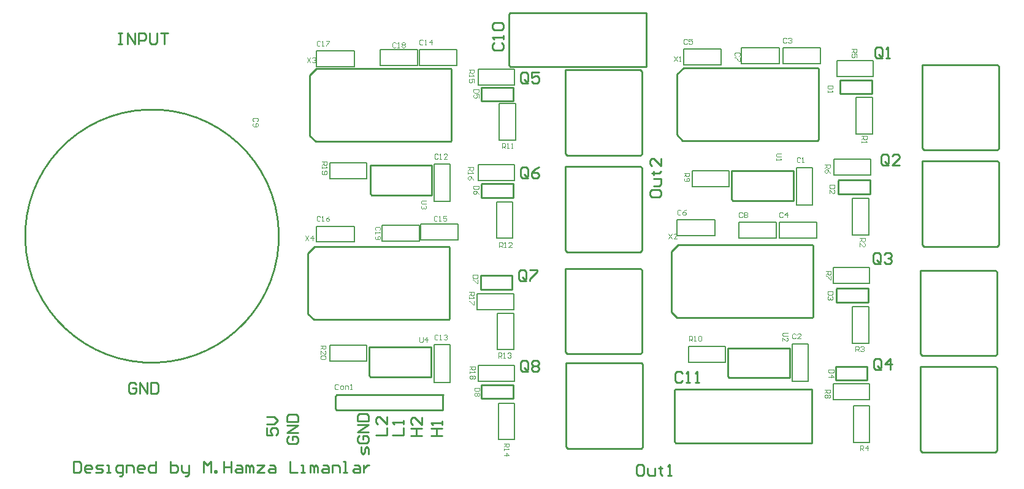
<source format=gto>
G04*
G04 #@! TF.GenerationSoftware,Altium Limited,Altium Designer,21.1.1 (26)*
G04*
G04 Layer_Color=65535*
%FSLAX25Y25*%
%MOIN*%
G70*
G04*
G04 #@! TF.SameCoordinates,EB652CFF-68FA-4F81-8967-BD5122A89D0C*
G04*
G04*
G04 #@! TF.FilePolarity,Positive*
G04*
G01*
G75*
%ADD10C,0.01000*%
%ADD11C,0.00600*%
%ADD12C,0.00472*%
D10*
X72169Y66009D02*
G03*
X71629Y65988I-2866J68889D01*
G01*
X486929Y18216D02*
Y63787D01*
Y18216D02*
X487913Y17232D01*
X527776D01*
X528563Y18020D01*
Y63000D01*
X527776Y63787D02*
X528563Y63000D01*
X486929Y63787D02*
X527776D01*
X487929Y130217D02*
Y175787D01*
Y130217D02*
X488913Y129232D01*
X528776D01*
X529563Y130020D01*
Y175000D01*
X528776Y175787D02*
X529563Y175000D01*
X487929Y175787D02*
X528776D01*
X294429Y20216D02*
Y65787D01*
Y20216D02*
X295413Y19232D01*
X335276D01*
X336063Y20020D01*
Y65000D01*
X335276Y65787D02*
X336063Y65000D01*
X294429Y65787D02*
X335276D01*
X293929Y71716D02*
Y117287D01*
Y71716D02*
X294913Y70732D01*
X334776D01*
X335563Y71520D01*
Y116500D01*
X334776Y117287D02*
X335563Y116500D01*
X293929Y117287D02*
X334776D01*
X293916Y127255D02*
Y172826D01*
Y127255D02*
X294900Y126271D01*
X334762D01*
X335549Y127058D01*
Y172039D01*
X334762Y172826D02*
X335549Y172039D01*
X293916Y172826D02*
X334762D01*
X293916Y179755D02*
Y225326D01*
Y179755D02*
X294900Y178771D01*
X334762D01*
X335549Y179558D01*
Y224539D01*
X334762Y225326D02*
X335549Y224539D01*
X293916Y225326D02*
X334762D01*
X338087Y227319D02*
Y256551D01*
X263972D02*
X338087D01*
X263382Y255961D02*
X263972Y256551D01*
X263382Y228008D02*
Y255961D01*
Y228008D02*
X264071Y227319D01*
X338087D01*
X442327Y165240D02*
X442524Y165437D01*
X442327Y157858D02*
Y165240D01*
Y157858D02*
X459453D01*
X459551Y157957D01*
Y165437D01*
X442524D02*
X459551D01*
X188013Y58311D02*
X220099D01*
X187324Y59000D02*
X188013Y58311D01*
X188013Y74453D02*
X220887D01*
X187324Y62863D02*
Y70590D01*
Y74453D02*
X188013D01*
X187324Y70590D02*
Y74453D01*
Y59000D02*
Y62863D01*
X220887Y58311D02*
Y74453D01*
X220099Y58311D02*
X220887D01*
X247850Y113240D02*
X248047Y113437D01*
X247850Y105858D02*
Y113240D01*
Y105858D02*
X264976D01*
X265075Y105957D01*
Y113437D01*
X248047D02*
X265075D01*
X248327Y53740D02*
X248524Y53937D01*
X248327Y46358D02*
Y53740D01*
Y46358D02*
X265453D01*
X265551Y46457D01*
Y53937D01*
X248524D02*
X265551D01*
X440850Y63740D02*
X441047Y63937D01*
X440850Y56358D02*
Y63740D01*
Y56358D02*
X457976D01*
X458075Y56457D01*
Y63937D01*
X441047D02*
X458075D01*
X441327Y106240D02*
X441524Y106437D01*
X441327Y98858D02*
Y106240D01*
Y98858D02*
X458453D01*
X458551Y98957D01*
Y106437D01*
X441524D02*
X458551D01*
X248350Y163240D02*
X248547Y163437D01*
X248350Y155858D02*
Y163240D01*
Y155858D02*
X265476D01*
X265575Y155957D01*
Y163437D01*
X248547D02*
X265575D01*
X248327Y215740D02*
X248524Y215937D01*
X248327Y208358D02*
Y215740D01*
Y208358D02*
X265453D01*
X265551Y208457D01*
Y215937D01*
X248524D02*
X265551D01*
X443327Y219740D02*
X443524Y219937D01*
X443327Y212358D02*
Y219740D01*
Y212358D02*
X460453D01*
X460551Y212457D01*
Y219937D01*
X443524D02*
X460551D01*
X188555Y157311D02*
X220642D01*
X187866Y158000D02*
X188555Y157311D01*
X188555Y173453D02*
X221429D01*
X187866Y161863D02*
Y169590D01*
Y173453D02*
X188555D01*
X187866Y169590D02*
Y173453D01*
Y158000D02*
Y161863D01*
X221429Y157311D02*
Y173453D01*
X220642Y157311D02*
X221429D01*
X487929Y228287D02*
X528776D01*
X529563Y227500D01*
Y182520D02*
Y227500D01*
X528776Y181732D02*
X529563Y182520D01*
X488913Y181732D02*
X528776D01*
X487929Y182717D02*
X488913Y181732D01*
X487929Y182717D02*
Y228287D01*
X486929Y116287D02*
X527776D01*
X528563Y115500D01*
Y70520D02*
Y115500D01*
X527776Y69732D02*
X528563Y70520D01*
X487913Y69732D02*
X527776D01*
X486929Y70717D02*
X487913Y69732D01*
X486929Y70717D02*
Y116287D01*
X353898Y22319D02*
X427913D01*
X353209Y23008D02*
X353898Y22319D01*
X353209Y23008D02*
Y50961D01*
X353799Y51551D01*
X427913D01*
Y22319D02*
Y51551D01*
X385055Y154311D02*
X417142D01*
X384366Y155000D02*
X385055Y154311D01*
X385055Y170453D02*
X417929D01*
X384366Y158863D02*
Y166590D01*
Y170453D02*
X385055D01*
X384366Y166590D02*
Y170453D01*
Y155000D02*
Y158863D01*
X417929Y154311D02*
Y170453D01*
X417142Y154311D02*
X417929D01*
X383055Y57811D02*
X415142D01*
X382366Y58500D02*
X383055Y57811D01*
X383055Y73953D02*
X415929D01*
X382366Y62363D02*
Y70090D01*
Y73953D02*
X383055D01*
X382366Y70090D02*
Y73953D01*
Y58500D02*
Y62363D01*
X415929Y57811D02*
Y73953D01*
X415142Y57811D02*
X415929D01*
X358291Y226638D02*
X431126D01*
X431520Y226244D01*
Y187366D02*
Y226244D01*
X431126Y186972D02*
X431520Y187366D01*
X357701Y186972D02*
X431126D01*
X354650Y190024D02*
X357701Y186972D01*
X354650Y190024D02*
Y222996D01*
X358291Y226638D01*
X355291Y130138D02*
X428126D01*
X428520Y129744D01*
Y90866D02*
Y129744D01*
X428126Y90472D02*
X428520Y90866D01*
X354701Y90472D02*
X428126D01*
X351650Y93524D02*
X354701Y90472D01*
X351650Y93524D02*
Y126496D01*
X355291Y130138D01*
X227437Y40063D02*
Y48429D01*
X227535Y48528D01*
X169760D02*
X227535D01*
X168874Y47642D02*
X169760Y48528D01*
X168874Y40752D02*
Y47642D01*
Y40752D02*
X169563Y40063D01*
X227437D01*
X157791Y129138D02*
X230626D01*
X231020Y128744D01*
Y89866D02*
Y128744D01*
X230626Y89472D02*
X231020Y89866D01*
X157201Y89472D02*
X230626D01*
X154150Y92524D02*
X157201Y89472D01*
X154150Y92524D02*
Y125496D01*
X157791Y129138D01*
X158791Y226138D02*
X231626D01*
X232020Y225744D01*
Y186866D02*
Y225744D01*
X231626Y186472D02*
X232020Y186866D01*
X158201Y186472D02*
X231626D01*
X155150Y189524D02*
X158201Y186472D01*
X155150Y189524D02*
Y222496D01*
X158791Y226138D01*
X51000Y245498D02*
X52999D01*
X52000D01*
Y239500D01*
X51000D01*
X52999D01*
X55998D02*
Y245498D01*
X59997Y239500D01*
Y245498D01*
X61996Y239500D02*
Y245498D01*
X64995D01*
X65995Y244498D01*
Y242499D01*
X64995Y241499D01*
X61996D01*
X67994Y245498D02*
Y240500D01*
X68994Y239500D01*
X70994D01*
X71993Y240500D01*
Y245498D01*
X73993D02*
X77991D01*
X75992D01*
Y239500D01*
X60499Y53998D02*
X59499Y54998D01*
X57500D01*
X56500Y53998D01*
Y50000D01*
X57500Y49000D01*
X59499D01*
X60499Y50000D01*
Y51999D01*
X58499D01*
X62498Y49000D02*
Y54998D01*
X66497Y49000D01*
Y54998D01*
X68496D02*
Y49000D01*
X71495D01*
X72495Y50000D01*
Y53998D01*
X71495Y54998D01*
X68496D01*
X26500Y11997D02*
Y5999D01*
X29499D01*
X30499Y6999D01*
Y10998D01*
X29499Y11997D01*
X26500D01*
X35497Y5999D02*
X33498D01*
X32498Y6999D01*
Y8998D01*
X33498Y9998D01*
X35497D01*
X36497Y8998D01*
Y7999D01*
X32498D01*
X38496Y5999D02*
X41495D01*
X42495Y6999D01*
X41495Y7999D01*
X39496D01*
X38496Y8998D01*
X39496Y9998D01*
X42495D01*
X44494Y5999D02*
X46494D01*
X45494D01*
Y9998D01*
X44494D01*
X51492Y4000D02*
X52492D01*
X53491Y5000D01*
Y9998D01*
X50492D01*
X49493Y8998D01*
Y6999D01*
X50492Y5999D01*
X53491D01*
X55491D02*
Y9998D01*
X58490D01*
X59489Y8998D01*
Y5999D01*
X64488D02*
X62488D01*
X61489Y6999D01*
Y8998D01*
X62488Y9998D01*
X64488D01*
X65487Y8998D01*
Y7999D01*
X61489D01*
X71486Y11997D02*
Y5999D01*
X68486D01*
X67487Y6999D01*
Y8998D01*
X68486Y9998D01*
X71486D01*
X79483Y11997D02*
Y5999D01*
X82482D01*
X83482Y6999D01*
Y7999D01*
Y8998D01*
X82482Y9998D01*
X79483D01*
X85481D02*
Y6999D01*
X86481Y5999D01*
X89480D01*
Y5000D01*
X88480Y4000D01*
X87480D01*
X89480Y5999D02*
Y9998D01*
X97477Y5999D02*
Y11997D01*
X99476Y9998D01*
X101476Y11997D01*
Y5999D01*
X103475D02*
Y6999D01*
X104475D01*
Y5999D01*
X103475D01*
X108474Y11997D02*
Y5999D01*
Y8998D01*
X112472D01*
Y11997D01*
Y5999D01*
X115471Y9998D02*
X117471D01*
X118470Y8998D01*
Y5999D01*
X115471D01*
X114471Y6999D01*
X115471Y7999D01*
X118470D01*
X120470Y5999D02*
Y9998D01*
X121469D01*
X122469Y8998D01*
Y5999D01*
Y8998D01*
X123469Y9998D01*
X124468Y8998D01*
Y5999D01*
X126468Y9998D02*
X130466D01*
X126468Y5999D01*
X130466D01*
X133465Y9998D02*
X135465D01*
X136464Y8998D01*
Y5999D01*
X133465D01*
X132466Y6999D01*
X133465Y7999D01*
X136464D01*
X144462Y11997D02*
Y5999D01*
X148460D01*
X150460D02*
X152459D01*
X151460D01*
Y9998D01*
X150460D01*
X155458Y5999D02*
Y9998D01*
X156458D01*
X157458Y8998D01*
Y5999D01*
Y8998D01*
X158457Y9998D01*
X159457Y8998D01*
Y5999D01*
X162456Y9998D02*
X164455D01*
X165455Y8998D01*
Y5999D01*
X162456D01*
X161456Y6999D01*
X162456Y7999D01*
X165455D01*
X167454Y5999D02*
Y9998D01*
X170453D01*
X171453Y8998D01*
Y5999D01*
X173452D02*
X175452D01*
X174452D01*
Y11997D01*
X173452D01*
X179451Y9998D02*
X181450D01*
X182449Y8998D01*
Y5999D01*
X179451D01*
X178451Y6999D01*
X179451Y7999D01*
X182449D01*
X184449Y9998D02*
Y5999D01*
Y7999D01*
X185449Y8998D01*
X186448Y9998D01*
X187448D01*
X221022Y26111D02*
X227020D01*
X224021D01*
Y30109D01*
X221022D01*
X227020D01*
Y32109D02*
Y34108D01*
Y33108D01*
X221022D01*
X222022Y32109D01*
X210022Y26111D02*
X216020D01*
X213021D01*
Y30109D01*
X210022D01*
X216020D01*
Y36107D02*
Y32109D01*
X212022Y36107D01*
X211022D01*
X210022Y35108D01*
Y33108D01*
X211022Y32109D01*
X200022Y26611D02*
X206020D01*
Y30609D01*
Y32609D02*
Y34608D01*
Y33608D01*
X200022D01*
X201022Y32609D01*
X191022Y26611D02*
X197020D01*
Y30609D01*
Y36607D02*
Y32609D01*
X193022Y36607D01*
X192022D01*
X191022Y35608D01*
Y33608D01*
X192022Y32609D01*
X187000Y16000D02*
Y18999D01*
X186000Y19999D01*
X185001Y18999D01*
Y17000D01*
X184001Y16000D01*
X183001Y17000D01*
Y19999D01*
X182002Y25997D02*
X181002Y24997D01*
Y22998D01*
X182002Y21998D01*
X186000D01*
X187000Y22998D01*
Y24997D01*
X186000Y25997D01*
X184001D01*
Y23997D01*
X187000Y27996D02*
X181002D01*
X187000Y31995D01*
X181002D01*
Y33994D02*
X187000D01*
Y36993D01*
X186000Y37993D01*
X182002D01*
X181002Y36993D01*
Y33994D01*
X143816Y25940D02*
X142816Y24940D01*
Y22941D01*
X143816Y21941D01*
X147814D01*
X148814Y22941D01*
Y24940D01*
X147814Y25940D01*
X145815D01*
Y23940D01*
X148814Y27939D02*
X142816D01*
X148814Y31938D01*
X142816D01*
Y33937D02*
X148814D01*
Y36936D01*
X147814Y37936D01*
X143816D01*
X142816Y36936D01*
Y33937D01*
X131502Y30499D02*
Y26500D01*
X134501D01*
X133501Y28499D01*
Y29499D01*
X134501Y30499D01*
X136500D01*
X137500Y29499D01*
Y27500D01*
X136500Y26500D01*
X131502Y32498D02*
X135501D01*
X137500Y34497D01*
X135501Y36497D01*
X131502D01*
X340002Y158999D02*
Y157000D01*
X341002Y156000D01*
X345000D01*
X346000Y157000D01*
Y158999D01*
X345000Y159999D01*
X341002D01*
X340002Y158999D01*
X342001Y161998D02*
X345000D01*
X346000Y162998D01*
Y165997D01*
X342001D01*
X341002Y168996D02*
X342001D01*
Y167996D01*
Y169995D01*
Y168996D01*
X345000D01*
X346000Y169995D01*
Y176993D02*
Y172994D01*
X342001Y176993D01*
X341002D01*
X340002Y175994D01*
Y173994D01*
X341002Y172994D01*
X335499Y10498D02*
X333500D01*
X332500Y9498D01*
Y5500D01*
X333500Y4500D01*
X335499D01*
X336499Y5500D01*
Y9498D01*
X335499Y10498D01*
X338498Y8499D02*
Y5500D01*
X339498Y4500D01*
X342497D01*
Y8499D01*
X345496Y9498D02*
Y8499D01*
X344496D01*
X346496D01*
X345496D01*
Y5500D01*
X346496Y4500D01*
X349495D02*
X351494D01*
X350494D01*
Y10498D01*
X349495Y9498D01*
X273500Y62001D02*
Y65999D01*
X272501Y66999D01*
X270501D01*
X269502Y65999D01*
Y62001D01*
X270501Y61001D01*
X272501D01*
X271501Y63000D02*
X273500Y61001D01*
X272501D02*
X273500Y62001D01*
X275500Y65999D02*
X276499Y66999D01*
X278499D01*
X279498Y65999D01*
Y65000D01*
X278499Y64000D01*
X279498Y63000D01*
Y62001D01*
X278499Y61001D01*
X276499D01*
X275500Y62001D01*
Y63000D01*
X276499Y64000D01*
X275500Y65000D01*
Y65999D01*
X276499Y64000D02*
X278499D01*
X272500Y111501D02*
Y115499D01*
X271501Y116499D01*
X269501D01*
X268502Y115499D01*
Y111501D01*
X269501Y110501D01*
X271501D01*
X270501Y112500D02*
X272500Y110501D01*
X271501D02*
X272500Y111501D01*
X274500Y116499D02*
X278498D01*
Y115499D01*
X274500Y111501D01*
Y110501D01*
X273500Y167501D02*
Y171499D01*
X272501Y172499D01*
X270501D01*
X269502Y171499D01*
Y167501D01*
X270501Y166501D01*
X272501D01*
X271501Y168500D02*
X273500Y166501D01*
X272501D02*
X273500Y167501D01*
X279498Y172499D02*
X277499Y171499D01*
X275500Y169500D01*
Y167501D01*
X276499Y166501D01*
X278499D01*
X279498Y167501D01*
Y168500D01*
X278499Y169500D01*
X275500D01*
X273500Y219001D02*
Y222999D01*
X272501Y223999D01*
X270501D01*
X269502Y222999D01*
Y219001D01*
X270501Y218001D01*
X272501D01*
X271501Y220000D02*
X273500Y218001D01*
X272501D02*
X273500Y219001D01*
X279498Y223999D02*
X275500D01*
Y221000D01*
X277499Y222000D01*
X278499D01*
X279498Y221000D01*
Y219001D01*
X278499Y218001D01*
X276499D01*
X275500Y219001D01*
X465500Y63001D02*
Y66999D01*
X464501Y67999D01*
X462501D01*
X461502Y66999D01*
Y63001D01*
X462501Y62001D01*
X464501D01*
X463501Y64000D02*
X465500Y62001D01*
X464501D02*
X465500Y63001D01*
X470499Y62001D02*
Y67999D01*
X467500Y65000D01*
X471498D01*
X465299Y120800D02*
Y124798D01*
X464299Y125798D01*
X462300D01*
X461300Y124798D01*
Y120800D01*
X462300Y119800D01*
X464299D01*
X463299Y121799D02*
X465299Y119800D01*
X464299D02*
X465299Y120800D01*
X467298Y124798D02*
X468298Y125798D01*
X470297D01*
X471297Y124798D01*
Y123799D01*
X470297Y122799D01*
X469297D01*
X470297D01*
X471297Y121799D01*
Y120800D01*
X470297Y119800D01*
X468298D01*
X467298Y120800D01*
X469500Y174501D02*
Y178499D01*
X468501Y179499D01*
X466501D01*
X465502Y178499D01*
Y174501D01*
X466501Y173501D01*
X468501D01*
X467501Y175500D02*
X469500Y173501D01*
X468501D02*
X469500Y174501D01*
X475498Y173501D02*
X471500D01*
X475498Y177500D01*
Y178499D01*
X474499Y179499D01*
X472499D01*
X471500Y178499D01*
X466299Y232800D02*
Y236798D01*
X465299Y237798D01*
X463300D01*
X462300Y236798D01*
Y232800D01*
X463300Y231800D01*
X465299D01*
X464299Y233799D02*
X466299Y231800D01*
X465299D02*
X466299Y232800D01*
X468298Y231800D02*
X470297D01*
X469298D01*
Y237798D01*
X468298Y236798D01*
X357699Y60098D02*
X356699Y61098D01*
X354700D01*
X353700Y60098D01*
Y56100D01*
X354700Y55100D01*
X356699D01*
X357699Y56100D01*
X359698Y55100D02*
X361697D01*
X360698D01*
Y61098D01*
X359698Y60098D01*
X364696Y55100D02*
X366696D01*
X365696D01*
Y61098D01*
X364696Y60098D01*
X255174Y240001D02*
X254174Y239001D01*
Y237002D01*
X255174Y236002D01*
X259173D01*
X260172Y237002D01*
Y239001D01*
X259173Y240001D01*
X260172Y242001D02*
Y244000D01*
Y243000D01*
X254174D01*
X255174Y242001D01*
Y246999D02*
X254174Y247998D01*
Y249998D01*
X255174Y250998D01*
X259173D01*
X260172Y249998D01*
Y247998D01*
X259173Y246999D01*
X255174D01*
D11*
X440059Y176929D02*
X456319D01*
X440059Y168169D02*
X459941D01*
X456319Y176929D02*
X459941D01*
X440059Y168169D02*
Y176929D01*
X459941Y168169D02*
Y176929D01*
X166059Y75429D02*
X182319D01*
X166059Y66669D02*
X185941D01*
X182319Y75429D02*
X185941D01*
X166059Y66669D02*
Y75429D01*
X185941Y66669D02*
Y75429D01*
X246059Y103429D02*
X262319D01*
X246059Y94669D02*
X265941D01*
X262319Y103429D02*
X265941D01*
X246059Y94669D02*
Y103429D01*
X265941Y94669D02*
Y103429D01*
X257071Y73059D02*
Y89319D01*
X265831Y73059D02*
Y92941D01*
X257071Y89319D02*
Y92941D01*
Y73059D02*
X265831D01*
X257071Y92941D02*
X265831D01*
X257571Y24059D02*
Y40319D01*
X266331Y24059D02*
Y43941D01*
X257571Y40319D02*
Y43941D01*
Y24059D02*
X266331D01*
X257571Y43941D02*
X266331D01*
X246559Y64429D02*
X262819D01*
X246559Y55669D02*
X266441D01*
X262819Y64429D02*
X266441D01*
X246559Y55669D02*
Y64429D01*
X266441Y55669D02*
Y64429D01*
X214146Y132268D02*
X214736D01*
Y140831D01*
X194264Y132268D02*
X214146D01*
X194264D02*
Y140831D01*
X214736D01*
X439559Y54429D02*
X455819D01*
X439559Y45669D02*
X459441D01*
X455819Y54429D02*
X459441D01*
X439559Y45669D02*
Y54429D01*
X459441Y45669D02*
Y54429D01*
X450571Y22559D02*
Y38819D01*
X459331Y22559D02*
Y42441D01*
X450571Y38819D02*
Y42441D01*
Y22559D02*
X459331D01*
X450571Y42441D02*
X459331D01*
X450071Y76559D02*
Y92819D01*
X458831Y76559D02*
Y96441D01*
X450071Y92819D02*
Y96441D01*
Y76559D02*
X458831D01*
X450071Y96441D02*
X458831D01*
X439559Y117929D02*
X455819D01*
X439559Y109169D02*
X459441D01*
X455819Y117929D02*
X459441D01*
X439559Y109169D02*
Y117929D01*
X459441Y109169D02*
Y117929D01*
X213146Y227768D02*
X213736D01*
Y236331D01*
X193264Y227768D02*
X213146D01*
X193264D02*
Y236331D01*
X213736D01*
X235146Y132768D02*
X235736D01*
Y141331D01*
X215264Y132768D02*
X235146D01*
X215264D02*
Y141331D01*
X235736D01*
X166059Y174929D02*
X182319D01*
X166059Y166169D02*
X185941D01*
X182319Y174929D02*
X185941D01*
X166059Y166169D02*
Y174929D01*
X185941Y166169D02*
Y174929D01*
X256571Y133669D02*
Y149929D01*
X265331Y133669D02*
Y153551D01*
X256571Y149929D02*
Y153551D01*
Y133669D02*
X265331D01*
X256571Y153551D02*
X265331D01*
X246559Y173929D02*
X262819D01*
X246559Y165169D02*
X266441D01*
X262819Y173929D02*
X266441D01*
X246559Y165169D02*
Y173929D01*
X266441Y165169D02*
Y173929D01*
X246559Y225929D02*
X262819D01*
X246559Y217169D02*
X266441D01*
X262819Y225929D02*
X266441D01*
X246559Y217169D02*
Y225929D01*
X266441Y217169D02*
Y225929D01*
X258071Y187169D02*
Y203429D01*
X266831Y187169D02*
Y207051D01*
X258071Y203429D02*
Y207051D01*
Y187169D02*
X266831D01*
X258071Y207051D02*
X266831D01*
X409646Y228768D02*
X410236D01*
Y237331D01*
X389764Y228768D02*
X409646D01*
X389764D02*
Y237331D01*
X410236D01*
X363059Y170429D02*
X379319D01*
X363059Y161669D02*
X382941D01*
X379319Y170429D02*
X382941D01*
X363059Y161669D02*
Y170429D01*
X382941Y161669D02*
Y170429D01*
X441559Y230429D02*
X457819D01*
X441559Y221669D02*
X461441D01*
X457819Y230429D02*
X461441D01*
X441559Y221669D02*
Y230429D01*
X461441Y221669D02*
Y230429D01*
X450071Y135559D02*
Y151819D01*
X458831Y135559D02*
Y155441D01*
X450071Y151819D02*
Y155441D01*
Y135559D02*
X458831D01*
X450071Y155441D02*
X458831D01*
X452071Y190559D02*
Y206819D01*
X460831Y190559D02*
Y210441D01*
X452071Y206819D02*
Y210441D01*
Y190559D02*
X460831D01*
X452071Y210441D02*
X460831D01*
X419768Y151764D02*
Y152354D01*
Y151764D02*
X428331D01*
X419768Y152354D02*
Y172236D01*
X428331D01*
Y151764D02*
Y172236D01*
X417268Y55764D02*
Y56354D01*
Y55764D02*
X425831D01*
X417268Y56354D02*
Y76236D01*
X425831D01*
Y55764D02*
Y76236D01*
X432146Y228768D02*
X432736D01*
Y237331D01*
X412264Y228768D02*
X432146D01*
X412264D02*
Y237331D01*
X432736D01*
X430146Y133768D02*
X430736D01*
Y142331D01*
X410264Y133768D02*
X430146D01*
X410264D02*
Y142331D01*
X430736D01*
X358264Y236732D02*
X358854D01*
X358264Y228169D02*
Y236732D01*
X358854D02*
X378736D01*
Y228169D02*
Y236732D01*
X358264Y228169D02*
X378736D01*
X354764Y143732D02*
X355354D01*
X354764Y135169D02*
Y143732D01*
X355354D02*
X375236D01*
Y135169D02*
Y143732D01*
X354764Y135169D02*
X375236D01*
X408146Y133768D02*
X408736D01*
Y142331D01*
X388264Y133768D02*
X408146D01*
X388264D02*
Y142331D01*
X408736D01*
X361059Y74929D02*
X377319D01*
X361059Y66169D02*
X380941D01*
X377319Y74929D02*
X380941D01*
X361059Y66169D02*
Y74929D01*
X380941Y66169D02*
Y74929D01*
X222768Y55264D02*
Y55854D01*
Y55264D02*
X231331D01*
X222768Y55854D02*
Y75736D01*
X231331D01*
Y55264D02*
Y75736D01*
X222768Y153764D02*
Y154354D01*
Y153764D02*
X231331D01*
X222768Y154354D02*
Y174236D01*
X231331D01*
Y153764D02*
Y174236D01*
X234535Y227768D02*
X235126D01*
Y236331D01*
X214653Y227768D02*
X234535D01*
X214653D02*
Y236331D01*
X235126D01*
X158764Y140232D02*
X159354D01*
X158764Y131669D02*
Y140232D01*
X159354D02*
X179236D01*
Y131669D02*
Y140232D01*
X158764Y131669D02*
X179236D01*
X158764Y235732D02*
X159354D01*
X158764Y227169D02*
Y235732D01*
X159354D02*
X179236D01*
Y227169D02*
Y235732D01*
X158764Y227169D02*
X179236D01*
D12*
X152600Y135255D02*
X154437Y132500D01*
Y135255D02*
X152600Y132500D01*
X156732D02*
Y135255D01*
X155355Y133878D01*
X157192D01*
X153600Y232255D02*
X155437Y229500D01*
Y232255D02*
X153600Y229500D01*
X156355Y231796D02*
X156814Y232255D01*
X157732D01*
X158192Y231796D01*
Y231337D01*
X157732Y230877D01*
X157273D01*
X157732D01*
X158192Y230418D01*
Y229959D01*
X157732Y229500D01*
X156814D01*
X156355Y229959D01*
X350100Y136255D02*
X351937Y133500D01*
Y136255D02*
X350100Y133500D01*
X354692D02*
X352855D01*
X354692Y135337D01*
Y135796D01*
X354233Y136255D01*
X353314D01*
X352855Y135796D01*
X353100Y232755D02*
X354937Y230000D01*
Y232755D02*
X353100Y230000D01*
X355855D02*
X356773D01*
X356314D01*
Y232755D01*
X355855Y232296D01*
X214658Y79878D02*
Y77582D01*
X215118Y77122D01*
X216036D01*
X216495Y77582D01*
Y79878D01*
X218791Y77122D02*
Y79878D01*
X217413Y78500D01*
X219250D01*
X218377Y154296D02*
X216082D01*
X215622Y153837D01*
Y152918D01*
X216082Y152459D01*
X218377D01*
X217918Y151541D02*
X218377Y151082D01*
Y150163D01*
X217918Y149704D01*
X217459D01*
X217000Y150163D01*
Y150622D01*
Y150163D01*
X216541Y149704D01*
X216082D01*
X215622Y150163D01*
Y151082D01*
X216082Y151541D01*
X414878Y82296D02*
X412582D01*
X412122Y81837D01*
Y80918D01*
X412582Y80459D01*
X414878D01*
X412122Y77704D02*
Y79541D01*
X413959Y77704D01*
X414418D01*
X414878Y78163D01*
Y79082D01*
X414418Y79541D01*
X411377Y179837D02*
X409082D01*
X408623Y179377D01*
Y178459D01*
X409082Y178000D01*
X411377D01*
X408623Y177082D02*
Y176163D01*
Y176622D01*
X411377D01*
X410918Y177082D01*
X161012Y75173D02*
X163767D01*
Y73796D01*
X163308Y73337D01*
X162390D01*
X161931Y73796D01*
Y75173D01*
Y74255D02*
X161012Y73337D01*
Y70582D02*
Y72418D01*
X162849Y70582D01*
X163308D01*
X163767Y71041D01*
Y71959D01*
X163308Y72418D01*
Y69663D02*
X163767Y69204D01*
Y68286D01*
X163308Y67827D01*
X161471D01*
X161012Y68286D01*
Y69204D01*
X161471Y69663D01*
X163308D01*
X161623Y175444D02*
X164377D01*
Y174066D01*
X163918Y173607D01*
X163000D01*
X162541Y174066D01*
Y175444D01*
Y174525D02*
X161623Y173607D01*
Y172689D02*
Y171770D01*
Y172230D01*
X164377D01*
X163918Y172689D01*
X162082Y170393D02*
X161623Y169934D01*
Y169015D01*
X162082Y168556D01*
X163918D01*
X164377Y169015D01*
Y169934D01*
X163918Y170393D01*
X163459D01*
X163000Y169934D01*
Y168556D01*
X242123Y63944D02*
X244878D01*
Y62566D01*
X244418Y62107D01*
X243500D01*
X243041Y62566D01*
Y63944D01*
Y63025D02*
X242123Y62107D01*
Y61189D02*
Y60270D01*
Y60730D01*
X244878D01*
X244418Y61189D01*
Y58893D02*
X244878Y58434D01*
Y57515D01*
X244418Y57056D01*
X243959D01*
X243500Y57515D01*
X243041Y57056D01*
X242582D01*
X242123Y57515D01*
Y58434D01*
X242582Y58893D01*
X243041D01*
X243500Y58434D01*
X243959Y58893D01*
X244418D01*
X243500Y58434D02*
Y57515D01*
X241622Y104444D02*
X244377D01*
Y103066D01*
X243918Y102607D01*
X243000D01*
X242541Y103066D01*
Y104444D01*
Y103525D02*
X241622Y102607D01*
Y101689D02*
Y100770D01*
Y101230D01*
X244377D01*
X243918Y101689D01*
X244377Y99393D02*
Y97556D01*
X243918D01*
X242082Y99393D01*
X241622D01*
X241123Y172444D02*
X243878D01*
Y171066D01*
X243418Y170607D01*
X242500D01*
X242041Y171066D01*
Y172444D01*
Y171525D02*
X241123Y170607D01*
Y169689D02*
Y168770D01*
Y169230D01*
X243878D01*
X243418Y169689D01*
X243878Y165556D02*
X243418Y166474D01*
X242500Y167393D01*
X241582D01*
X241123Y166934D01*
Y166015D01*
X241582Y165556D01*
X242041D01*
X242500Y166015D01*
Y167393D01*
X241512Y225444D02*
X244267D01*
Y224066D01*
X243808Y223607D01*
X242890D01*
X242431Y224066D01*
Y225444D01*
Y224525D02*
X241512Y223607D01*
Y222689D02*
Y221770D01*
Y222230D01*
X244267D01*
X243808Y222689D01*
X244267Y218556D02*
Y220393D01*
X242890D01*
X243349Y219475D01*
Y219015D01*
X242890Y218556D01*
X241971D01*
X241512Y219015D01*
Y219934D01*
X241971Y220393D01*
X260623Y21944D02*
X263377D01*
Y20566D01*
X262918Y20107D01*
X262000D01*
X261541Y20566D01*
Y21944D01*
Y21025D02*
X260623Y20107D01*
Y19189D02*
Y18270D01*
Y18730D01*
X263377D01*
X262918Y19189D01*
X260623Y15515D02*
X263377D01*
X262000Y16893D01*
Y15056D01*
X257556Y68622D02*
Y71377D01*
X258934D01*
X259393Y70918D01*
Y70000D01*
X258934Y69541D01*
X257556D01*
X258475D02*
X259393Y68622D01*
X260311D02*
X261230D01*
X260770D01*
Y71377D01*
X260311Y70918D01*
X262607D02*
X263066Y71377D01*
X263985D01*
X264444Y70918D01*
Y70459D01*
X263985Y70000D01*
X263525D01*
X263985D01*
X264444Y69541D01*
Y69082D01*
X263985Y68622D01*
X263066D01*
X262607Y69082D01*
X258056Y128733D02*
Y131488D01*
X259434D01*
X259893Y131029D01*
Y130110D01*
X259434Y129651D01*
X258056D01*
X258975D02*
X259893Y128733D01*
X260811D02*
X261730D01*
X261270D01*
Y131488D01*
X260811Y131029D01*
X264944Y128733D02*
X263107D01*
X264944Y130569D01*
Y131029D01*
X264485Y131488D01*
X263566D01*
X263107Y131029D01*
X259515Y182733D02*
Y185488D01*
X260893D01*
X261352Y185029D01*
Y184110D01*
X260893Y183651D01*
X259515D01*
X260434D02*
X261352Y182733D01*
X262270D02*
X263189D01*
X262730D01*
Y185488D01*
X262270Y185029D01*
X264566Y182733D02*
X265485D01*
X265025D01*
Y185488D01*
X264566Y185029D01*
X361200Y77700D02*
Y80455D01*
X362578D01*
X363037Y79996D01*
Y79078D01*
X362578Y78618D01*
X361200D01*
X362118D02*
X363037Y77700D01*
X363955D02*
X364873D01*
X364414D01*
Y80455D01*
X363955Y79996D01*
X366251D02*
X366710Y80455D01*
X367628D01*
X368088Y79996D01*
Y78159D01*
X367628Y77700D01*
X366710D01*
X366251Y78159D01*
Y79996D01*
X358512Y169296D02*
X361267D01*
Y167918D01*
X360808Y167459D01*
X359890D01*
X359431Y167918D01*
Y169296D01*
Y168377D02*
X358512Y167459D01*
X358971Y166541D02*
X358512Y166082D01*
Y165163D01*
X358971Y164704D01*
X360808D01*
X361267Y165163D01*
Y166082D01*
X360808Y166541D01*
X360349D01*
X359890Y166082D01*
Y164704D01*
X435122Y51296D02*
X437878D01*
Y49918D01*
X437418Y49459D01*
X436500D01*
X436041Y49918D01*
Y51296D01*
Y50378D02*
X435122Y49459D01*
X437418Y48541D02*
X437878Y48082D01*
Y47163D01*
X437418Y46704D01*
X436959D01*
X436500Y47163D01*
X436041Y46704D01*
X435582D01*
X435122Y47163D01*
Y48082D01*
X435582Y48541D01*
X436041D01*
X436500Y48082D01*
X436959Y48541D01*
X437418D01*
X436500Y48082D02*
Y47163D01*
X435733Y115796D02*
X438488D01*
Y114418D01*
X438029Y113959D01*
X437110D01*
X436651Y114418D01*
Y115796D01*
Y114877D02*
X435733Y113959D01*
X438488Y113041D02*
Y111204D01*
X438029D01*
X436192Y113041D01*
X435733D01*
X435122Y173796D02*
X437878D01*
Y172418D01*
X437418Y171959D01*
X436500D01*
X436041Y172418D01*
Y173796D01*
Y172878D02*
X435122Y171959D01*
X437878Y169204D02*
X437418Y170123D01*
X436500Y171041D01*
X435582D01*
X435122Y170582D01*
Y169663D01*
X435582Y169204D01*
X436041D01*
X436500Y169663D01*
Y171041D01*
X449622Y236796D02*
X452378D01*
Y235418D01*
X451918Y234959D01*
X451000D01*
X450541Y235418D01*
Y236796D01*
Y235877D02*
X449622Y234959D01*
X452378Y232204D02*
Y234041D01*
X451000D01*
X451459Y233122D01*
Y232663D01*
X451000Y232204D01*
X450082D01*
X449622Y232663D01*
Y233582D01*
X450082Y234041D01*
X454204Y18123D02*
Y20877D01*
X455582D01*
X456041Y20418D01*
Y19500D01*
X455582Y19041D01*
X454204D01*
X455123D02*
X456041Y18123D01*
X458337D02*
Y20877D01*
X456959Y19500D01*
X458796D01*
X451704Y72123D02*
Y74878D01*
X453082D01*
X453541Y74418D01*
Y73500D01*
X453082Y73041D01*
X451704D01*
X452623D02*
X453541Y72123D01*
X454459Y74418D02*
X454918Y74878D01*
X455837D01*
X456296Y74418D01*
Y73959D01*
X455837Y73500D01*
X455377D01*
X455837D01*
X456296Y73041D01*
Y72582D01*
X455837Y72123D01*
X454918D01*
X454459Y72582D01*
X454122Y133796D02*
X456878D01*
Y132418D01*
X456418Y131959D01*
X455500D01*
X455041Y132418D01*
Y133796D01*
Y132878D02*
X454122Y131959D01*
Y129204D02*
Y131041D01*
X455959Y129204D01*
X456418D01*
X456878Y129663D01*
Y130582D01*
X456418Y131041D01*
X455123Y189337D02*
X457877D01*
Y187959D01*
X457418Y187500D01*
X456500D01*
X456041Y187959D01*
Y189337D01*
Y188418D02*
X455123Y187500D01*
Y186582D02*
Y185663D01*
Y186123D01*
X457877D01*
X457418Y186582D01*
X247354Y52296D02*
X244599D01*
Y50918D01*
X245058Y50459D01*
X246895D01*
X247354Y50918D01*
Y52296D01*
X246895Y49541D02*
X247354Y49082D01*
Y48163D01*
X246895Y47704D01*
X246436D01*
X245976Y48163D01*
X245517Y47704D01*
X245058D01*
X244599Y48163D01*
Y49082D01*
X245058Y49541D01*
X245517D01*
X245976Y49082D01*
X246436Y49541D01*
X246895D01*
X245976Y49082D02*
Y48163D01*
X246377Y113796D02*
X243622D01*
Y112418D01*
X244082Y111959D01*
X245918D01*
X246377Y112418D01*
Y113796D01*
Y111041D02*
Y109204D01*
X245918D01*
X244082Y111041D01*
X243622D01*
X246878Y162296D02*
X244123D01*
Y160918D01*
X244582Y160459D01*
X246418D01*
X246878Y160918D01*
Y162296D01*
Y157704D02*
X246418Y158623D01*
X245500Y159541D01*
X244582D01*
X244123Y159082D01*
Y158163D01*
X244582Y157704D01*
X245041D01*
X245500Y158163D01*
Y159541D01*
X246878Y214796D02*
X244123D01*
Y213418D01*
X244582Y212959D01*
X246418D01*
X246878Y213418D01*
Y214796D01*
Y210204D02*
Y212041D01*
X245500D01*
X245959Y211122D01*
Y210663D01*
X245500Y210204D01*
X244582D01*
X244123Y210663D01*
Y211582D01*
X244582Y212041D01*
X439901Y62296D02*
X437146D01*
Y60918D01*
X437605Y60459D01*
X439442D01*
X439901Y60918D01*
Y62296D01*
X437146Y58163D02*
X439901D01*
X438524Y59541D01*
Y57704D01*
X439377Y104796D02*
X436622D01*
Y103418D01*
X437082Y102959D01*
X438918D01*
X439377Y103418D01*
Y104796D01*
X438918Y102041D02*
X439377Y101582D01*
Y100663D01*
X438918Y100204D01*
X438459D01*
X438000Y100663D01*
Y101122D01*
Y100663D01*
X437541Y100204D01*
X437082D01*
X436622Y100663D01*
Y101582D01*
X437082Y102041D01*
X440354Y162796D02*
X437599D01*
Y161418D01*
X438058Y160959D01*
X439895D01*
X440354Y161418D01*
Y162796D01*
X437599Y158204D02*
Y160041D01*
X439435Y158204D01*
X439895D01*
X440354Y158663D01*
Y159582D01*
X439895Y160041D01*
X439377Y216837D02*
X436622D01*
Y215459D01*
X437082Y215000D01*
X438918D01*
X439377Y215459D01*
Y216837D01*
X436622Y214082D02*
Y213163D01*
Y213622D01*
X439377D01*
X438918Y214082D01*
X170637Y53796D02*
X170177Y54255D01*
X169259D01*
X168800Y53796D01*
Y51959D01*
X169259Y51500D01*
X170177D01*
X170637Y51959D01*
X172014Y51500D02*
X172933D01*
X173392Y51959D01*
Y52877D01*
X172933Y53337D01*
X172014D01*
X171555Y52877D01*
Y51959D01*
X172014Y51500D01*
X174310D02*
Y53337D01*
X175688D01*
X176147Y52877D01*
Y51500D01*
X177065D02*
X177983D01*
X177524D01*
Y54255D01*
X177065Y53796D01*
X192918Y138107D02*
X193377Y138566D01*
Y139485D01*
X192918Y139944D01*
X191082D01*
X190622Y139485D01*
Y138566D01*
X191082Y138107D01*
X190622Y137189D02*
Y136270D01*
Y136730D01*
X193377D01*
X192918Y137189D01*
X191082Y134893D02*
X190622Y134434D01*
Y133515D01*
X191082Y133056D01*
X192918D01*
X193377Y133515D01*
Y134434D01*
X192918Y134893D01*
X192459D01*
X192000Y134434D01*
Y133056D01*
X201893Y239918D02*
X201434Y240377D01*
X200515D01*
X200056Y239918D01*
Y238082D01*
X200515Y237622D01*
X201434D01*
X201893Y238082D01*
X202811Y237622D02*
X203730D01*
X203270D01*
Y240377D01*
X202811Y239918D01*
X205107D02*
X205566Y240377D01*
X206485D01*
X206944Y239918D01*
Y239459D01*
X206485Y239000D01*
X206944Y238541D01*
Y238082D01*
X206485Y237622D01*
X205566D01*
X205107Y238082D01*
Y238541D01*
X205566Y239000D01*
X205107Y239459D01*
Y239918D01*
X205566Y239000D02*
X206485D01*
X160737Y240796D02*
X160277Y241255D01*
X159359D01*
X158900Y240796D01*
Y238959D01*
X159359Y238500D01*
X160277D01*
X160737Y238959D01*
X161655Y238500D02*
X162573D01*
X162114D01*
Y241255D01*
X161655Y240796D01*
X163951Y241255D02*
X165788D01*
Y240796D01*
X163951Y238959D01*
Y238500D01*
X160737Y145296D02*
X160277Y145755D01*
X159359D01*
X158900Y145296D01*
Y143459D01*
X159359Y143000D01*
X160277D01*
X160737Y143459D01*
X161655Y143000D02*
X162573D01*
X162114D01*
Y145755D01*
X161655Y145296D01*
X165788Y145755D02*
X164869Y145296D01*
X163951Y144378D01*
Y143459D01*
X164410Y143000D01*
X165328D01*
X165788Y143459D01*
Y143918D01*
X165328Y144378D01*
X163951D01*
X224393Y145418D02*
X223934Y145878D01*
X223015D01*
X222556Y145418D01*
Y143582D01*
X223015Y143122D01*
X223934D01*
X224393Y143582D01*
X225311Y143122D02*
X226230D01*
X225770D01*
Y145878D01*
X225311Y145418D01*
X229444Y145878D02*
X227607D01*
Y144500D01*
X228525Y144959D01*
X228985D01*
X229444Y144500D01*
Y143582D01*
X228985Y143122D01*
X228066D01*
X227607Y143582D01*
X216626Y241396D02*
X216167Y241855D01*
X215249D01*
X214790Y241396D01*
Y239559D01*
X215249Y239100D01*
X216167D01*
X216626Y239559D01*
X217545Y239100D02*
X218463D01*
X218004D01*
Y241855D01*
X217545Y241396D01*
X221218Y239100D02*
Y241855D01*
X219841Y240477D01*
X221677D01*
X224737Y80796D02*
X224277Y81255D01*
X223359D01*
X222900Y80796D01*
Y78959D01*
X223359Y78500D01*
X224277D01*
X224737Y78959D01*
X225655Y78500D02*
X226573D01*
X226114D01*
Y81255D01*
X225655Y80796D01*
X227951D02*
X228410Y81255D01*
X229328D01*
X229788Y80796D01*
Y80337D01*
X229328Y79878D01*
X228869D01*
X229328D01*
X229788Y79418D01*
Y78959D01*
X229328Y78500D01*
X228410D01*
X227951Y78959D01*
X224737Y179286D02*
X224277Y179745D01*
X223359D01*
X222900Y179286D01*
Y177449D01*
X223359Y176990D01*
X224277D01*
X224737Y177449D01*
X225655Y176990D02*
X226573D01*
X226114D01*
Y179745D01*
X225655Y179286D01*
X229787Y176990D02*
X227951D01*
X229787Y178826D01*
Y179286D01*
X229328Y179745D01*
X228410D01*
X227951Y179286D01*
X126418Y197329D02*
X126877Y197788D01*
Y198707D01*
X126418Y199166D01*
X124582D01*
X124123Y198707D01*
Y197788D01*
X124582Y197329D01*
Y196411D02*
X124123Y195952D01*
Y195033D01*
X124582Y194574D01*
X126418D01*
X126877Y195033D01*
Y195952D01*
X126418Y196411D01*
X125959D01*
X125500Y195952D01*
Y194574D01*
X390237Y147396D02*
X389777Y147855D01*
X388859D01*
X388400Y147396D01*
Y145559D01*
X388859Y145100D01*
X389777D01*
X390237Y145559D01*
X391155Y147396D02*
X391614Y147855D01*
X392532D01*
X392992Y147396D01*
Y146937D01*
X392532Y146477D01*
X392992Y146018D01*
Y145559D01*
X392532Y145100D01*
X391614D01*
X391155Y145559D01*
Y146018D01*
X391614Y146477D01*
X391155Y146937D01*
Y147396D01*
X391614Y146477D02*
X392532D01*
X388418Y232959D02*
X388878Y233418D01*
Y234337D01*
X388418Y234796D01*
X386582D01*
X386122Y234337D01*
Y233418D01*
X386582Y232959D01*
X388878Y232041D02*
Y230204D01*
X388418D01*
X386582Y232041D01*
X386122D01*
X356737Y148796D02*
X356277Y149255D01*
X355359D01*
X354900Y148796D01*
Y146959D01*
X355359Y146500D01*
X356277D01*
X356737Y146959D01*
X359492Y149255D02*
X358573Y148796D01*
X357655Y147878D01*
Y146959D01*
X358114Y146500D01*
X359033D01*
X359492Y146959D01*
Y147418D01*
X359033Y147878D01*
X357655D01*
X360237Y241796D02*
X359777Y242255D01*
X358859D01*
X358400Y241796D01*
Y239959D01*
X358859Y239500D01*
X359777D01*
X360237Y239959D01*
X362992Y242255D02*
X361155D01*
Y240878D01*
X362073Y241337D01*
X362532D01*
X362992Y240878D01*
Y239959D01*
X362532Y239500D01*
X361614D01*
X361155Y239959D01*
X412237Y147396D02*
X411777Y147855D01*
X410859D01*
X410400Y147396D01*
Y145559D01*
X410859Y145100D01*
X411777D01*
X412237Y145559D01*
X414533Y145100D02*
Y147855D01*
X413155Y146477D01*
X414992D01*
X414237Y242396D02*
X413777Y242855D01*
X412859D01*
X412400Y242396D01*
Y240559D01*
X412859Y240100D01*
X413777D01*
X414237Y240559D01*
X415155Y242396D02*
X415614Y242855D01*
X416533D01*
X416992Y242396D01*
Y241937D01*
X416533Y241477D01*
X416073D01*
X416533D01*
X416992Y241018D01*
Y240559D01*
X416533Y240100D01*
X415614D01*
X415155Y240559D01*
X419237Y81296D02*
X418778Y81755D01*
X417859D01*
X417400Y81296D01*
Y79459D01*
X417859Y79000D01*
X418778D01*
X419237Y79459D01*
X421992Y79000D02*
X420155D01*
X421992Y80837D01*
Y81296D01*
X421532Y81755D01*
X420614D01*
X420155Y81296D01*
X421737Y177296D02*
X421278Y177755D01*
X420359D01*
X419900Y177296D01*
Y175459D01*
X420359Y175000D01*
X421278D01*
X421737Y175459D01*
X422655Y175000D02*
X423573D01*
X423114D01*
Y177755D01*
X422655Y177296D01*
M02*

</source>
